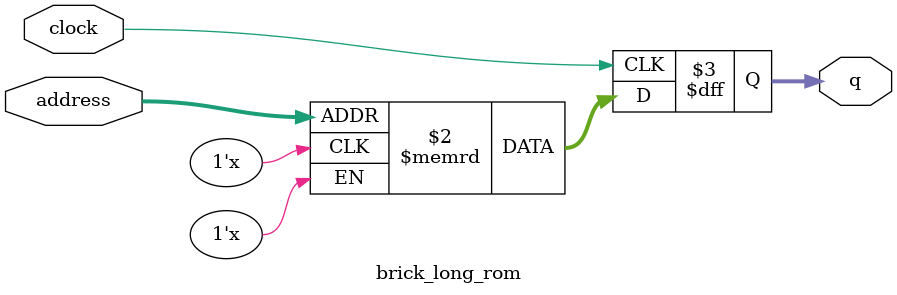
<source format=sv>
module brick_long_rom (
	input logic clock,
	input logic [12:0] address,
	output logic [1:0] q
);

logic [1:0] memory [0:5972] /* synthesis ram_init_file = "./brick_long/brick_long.COE" */;

always_ff @ (posedge clock) begin
	q <= memory[address];
end

endmodule

</source>
